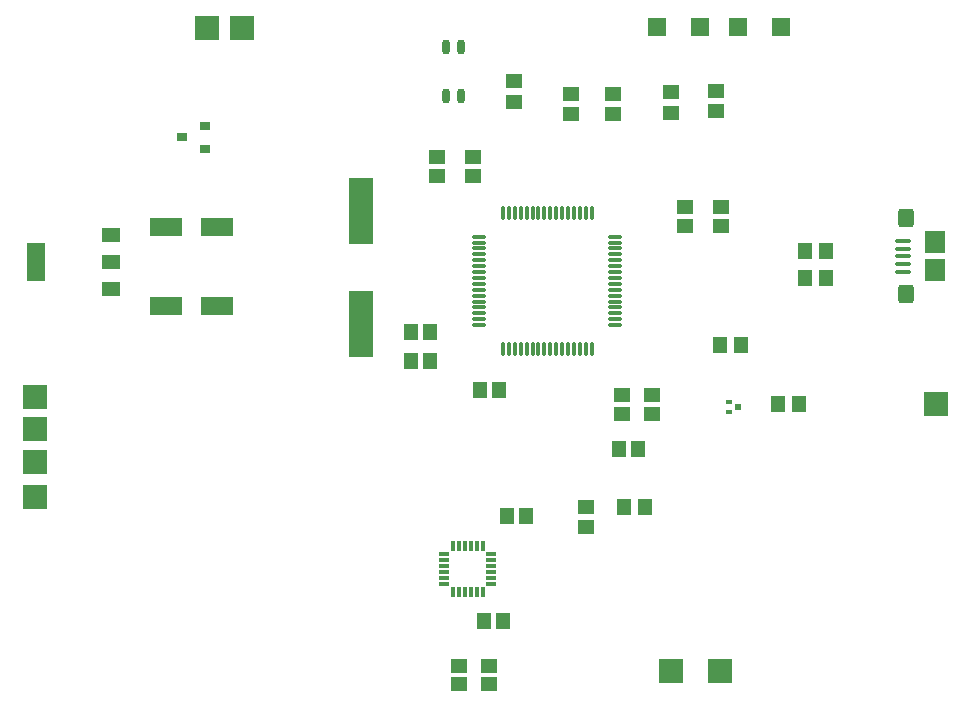
<source format=gtp>
G04*
G04 #@! TF.GenerationSoftware,Altium Limited,Altium Designer,22.0.2 (36)*
G04*
G04 Layer_Color=8421504*
%FSLAX25Y25*%
%MOIN*%
G70*
G04*
G04 #@! TF.SameCoordinates,5FA20498-FCA4-4C69-A915-C1027814B975*
G04*
G04*
G04 #@! TF.FilePolarity,Positive*
G04*
G01*
G75*
%ADD15R,0.08268X0.22047*%
%ADD16R,0.05512X0.05118*%
%ADD17O,0.01181X0.04724*%
%ADD18O,0.04724X0.01181*%
%ADD19R,0.05315X0.04528*%
%ADD20R,0.04528X0.05315*%
%ADD21R,0.05118X0.05512*%
%ADD22R,0.03347X0.01378*%
%ADD23R,0.01378X0.03347*%
%ADD24R,0.11024X0.06299*%
%ADD25R,0.05906X0.06299*%
%ADD26O,0.05315X0.01575*%
%ADD27R,0.01968X0.01850*%
%ADD28R,0.07874X0.07874*%
%ADD29R,0.06299X0.12992*%
%ADD30R,0.06299X0.04724*%
%ADD31R,0.07874X0.07874*%
%ADD32R,0.07087X0.07480*%
G04:AMPARAMS|DCode=33|XSize=62.99mil|YSize=55.12mil|CornerRadius=13.78mil|HoleSize=0mil|Usage=FLASHONLY|Rotation=270.000|XOffset=0mil|YOffset=0mil|HoleType=Round|Shape=RoundedRectangle|*
%AMROUNDEDRECTD33*
21,1,0.06299,0.02756,0,0,270.0*
21,1,0.03543,0.05512,0,0,270.0*
1,1,0.02756,-0.01378,-0.01772*
1,1,0.02756,-0.01378,0.01772*
1,1,0.02756,0.01378,0.01772*
1,1,0.02756,0.01378,-0.01772*
%
%ADD33ROUNDEDRECTD33*%
%ADD34R,0.01968X0.01457*%
%ADD35R,0.03543X0.02756*%
%ADD36O,0.02992X0.05000*%
D15*
X114800Y126899D02*
D03*
Y164301D02*
D03*
D16*
X140100Y176000D02*
D03*
Y182299D02*
D03*
X152100Y176000D02*
D03*
Y182299D02*
D03*
X201800Y103100D02*
D03*
Y96801D02*
D03*
X157300Y12899D02*
D03*
Y6600D02*
D03*
X147300Y12899D02*
D03*
Y6600D02*
D03*
X234800Y165750D02*
D03*
X222800D02*
D03*
X211800Y96801D02*
D03*
X222800Y159450D02*
D03*
X211800Y103100D02*
D03*
X234800Y159450D02*
D03*
D17*
X162036Y163738D02*
D03*
X165973D02*
D03*
X167942D02*
D03*
X169910D02*
D03*
X171879D02*
D03*
X173847D02*
D03*
X175816D02*
D03*
X177784D02*
D03*
X179753D02*
D03*
X181721D02*
D03*
X183690D02*
D03*
X185658D02*
D03*
X187627D02*
D03*
X189595D02*
D03*
X191564D02*
D03*
Y118462D02*
D03*
X187627D02*
D03*
X185658D02*
D03*
X183690D02*
D03*
X181721D02*
D03*
X179753D02*
D03*
X177784D02*
D03*
X175816D02*
D03*
X173847D02*
D03*
X171879D02*
D03*
X169910D02*
D03*
X167942D02*
D03*
X165973D02*
D03*
X162036D02*
D03*
X164005D02*
D03*
X189595D02*
D03*
X164005Y163738D02*
D03*
D18*
X199438Y155864D02*
D03*
Y151927D02*
D03*
Y149958D02*
D03*
Y147990D02*
D03*
Y146021D02*
D03*
Y144053D02*
D03*
Y142084D02*
D03*
Y140116D02*
D03*
Y138147D02*
D03*
Y136179D02*
D03*
Y134210D02*
D03*
Y132242D02*
D03*
Y130273D02*
D03*
Y128305D02*
D03*
Y126336D02*
D03*
X154162D02*
D03*
Y128305D02*
D03*
Y130273D02*
D03*
Y132242D02*
D03*
Y136179D02*
D03*
Y138147D02*
D03*
Y140116D02*
D03*
Y142084D02*
D03*
Y144053D02*
D03*
Y146021D02*
D03*
Y147990D02*
D03*
Y149958D02*
D03*
Y151927D02*
D03*
Y153895D02*
D03*
Y155864D02*
D03*
Y134210D02*
D03*
X199438Y153895D02*
D03*
D19*
X217875Y197155D02*
D03*
Y204045D02*
D03*
X189800Y65895D02*
D03*
Y59005D02*
D03*
X165700Y207690D02*
D03*
Y200800D02*
D03*
X198800Y203545D02*
D03*
Y196655D02*
D03*
X184800Y203545D02*
D03*
Y196655D02*
D03*
X232875Y204490D02*
D03*
Y197600D02*
D03*
D20*
X262800Y151100D02*
D03*
X269690D02*
D03*
Y142100D02*
D03*
X262800D02*
D03*
X209245Y65600D02*
D03*
X202355D02*
D03*
X234410Y119600D02*
D03*
X241300D02*
D03*
X260690Y100100D02*
D03*
X253800D02*
D03*
D21*
X200650Y85100D02*
D03*
X206950D02*
D03*
X155650Y27600D02*
D03*
X161950D02*
D03*
X160800Y104600D02*
D03*
X154501D02*
D03*
X137650Y114500D02*
D03*
X131350D02*
D03*
X131500Y124000D02*
D03*
X169599Y62600D02*
D03*
X137799Y124000D02*
D03*
X163300Y62600D02*
D03*
D22*
X142524Y48053D02*
D03*
Y46084D02*
D03*
Y44116D02*
D03*
Y42147D02*
D03*
Y40179D02*
D03*
X158076Y48053D02*
D03*
Y46084D02*
D03*
Y44116D02*
D03*
Y42147D02*
D03*
Y40179D02*
D03*
X142524Y50021D02*
D03*
X158076D02*
D03*
D23*
X145379Y37324D02*
D03*
X147347D02*
D03*
X149316D02*
D03*
X151284D02*
D03*
X155221D02*
D03*
Y52876D02*
D03*
X153253D02*
D03*
X151284D02*
D03*
X149316D02*
D03*
X147347D02*
D03*
X145379D02*
D03*
X153253Y37324D02*
D03*
D24*
X49800Y159100D02*
D03*
X66729D02*
D03*
X49800Y132600D02*
D03*
X66729D02*
D03*
D25*
X254587Y225800D02*
D03*
X227587D02*
D03*
X213413D02*
D03*
X240413D02*
D03*
D26*
X295475Y154443D02*
D03*
Y151883D02*
D03*
Y144206D02*
D03*
Y146765D02*
D03*
Y149324D02*
D03*
D27*
X240375Y99100D02*
D03*
D28*
X75000Y225400D02*
D03*
X234300Y11000D02*
D03*
X218000D02*
D03*
X6000Y69200D02*
D03*
Y80800D02*
D03*
Y91600D02*
D03*
Y102500D02*
D03*
X63200Y225400D02*
D03*
D29*
X6302Y147300D02*
D03*
D30*
X31498Y138245D02*
D03*
Y147300D02*
D03*
Y156355D02*
D03*
D31*
X306200Y100200D02*
D03*
D32*
X306006Y144600D02*
D03*
Y154049D02*
D03*
D33*
X296361Y136726D02*
D03*
Y161923D02*
D03*
D34*
X237225Y100675D02*
D03*
Y97525D02*
D03*
D35*
X62800Y185200D02*
D03*
Y192680D02*
D03*
X54926Y188940D02*
D03*
D36*
X147900Y218971D02*
D03*
X142900D02*
D03*
X147900Y202829D02*
D03*
X142900D02*
D03*
M02*

</source>
